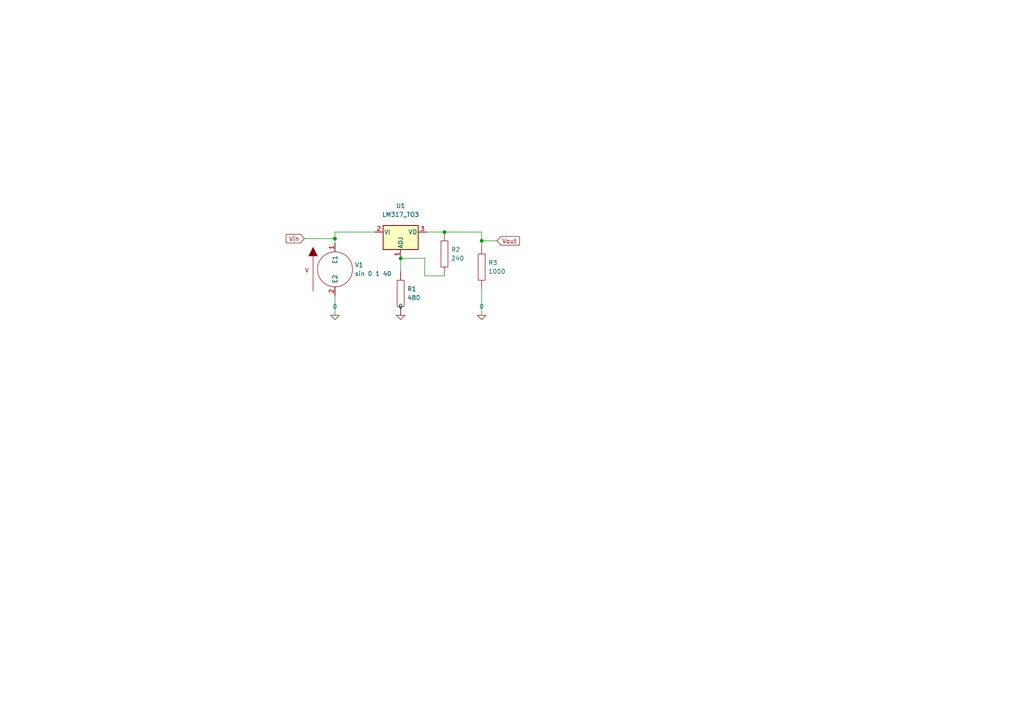
<source format=kicad_sch>
(kicad_sch (version 20211123) (generator eeschema)
  (paper "A4")
  (lib_symbols
    (symbol "Regulator_Linear:LM317_TO3" (pin_names (offset 0.254))
      (property "Reference" "U" (at -3.81 3.175 0))
      (property "Value" "LM317_TO3" (at 0 3.175 0))
      (symbol "LM317_TO3_0_1"
        (rectangle (start -5.08 1.905) (end 5.08 -5.08) (stroke (width 0.254)) (fill (type background)))
      )
      (symbol "LM317_TO3_1_1"
        (pin input line (at 0 -7.62 90) (length 2.54) (name "ADJ") (number "1"))
        (pin power_in line (at -7.62 0 0) (length 2.54) (name "VI") (number "2"))
        (pin power_out line (at 7.62 0 180) (length 2.54) (name "VO") (number "3"))
      )
    )
    (symbol "pspice:0" (power) (pin_names (offset 0))
      (property "Value" "0" (at 0 -1.778 0))
      (symbol "0_0_1"
        (polyline (pts (xy -1.27 0) (xy 0 -1.27) (xy 1.27 0) (xy -1.27 0)))
      )
      (symbol "0_1_1"
        (pin power_in line (at 0 0 0) (length 0) hide (name "0") (number "1"))
      )
    )
    (symbol "pspice:R" (pin_numbers hide) (pin_names (offset 0))
      (property "Reference" "R" (at 2.032 0 90))
      (property "Value" "R" (at 0 0 90))
      (symbol "R_0_1"
        (rectangle (start -1.016 3.81) (end 1.016 -3.81))
      )
      (symbol "R_1_1"
        (pin passive line (at 0 6.35 270) (length 2.54) (name "~") (number "1"))
        (pin passive line (at 0 -6.35 90) (length 2.54) (name "~") (number "2"))
      )
    )
    (symbol "pspice:VSOURCE" (pin_names (offset 1.016))
      (property "Reference" "V" (at -6.35 7.62 0))
      (property "Value" "VSOURCE" (at 0 0 0))
      (symbol "VSOURCE_0_1"
        (polyline (pts (xy -6.35 -6.35) (xy -6.35 3.81)) (fill (type outline)))
        (polyline (pts (xy -7.62 3.81) (xy -6.35 6.35) (xy -5.08 3.81)) (fill (type outline)))
        (circle (center 0 0) (radius 5.08))
        (text "V" (at -8.128 -0.254 0) (effects (font (size 1.27 1.27))))
      )
      (symbol "VSOURCE_1_1"
        (pin input line (at 0 7.62 270) (length 2.54) (name "E1") (number "1"))
        (pin input line (at 0 -7.62 90) (length 2.54) (name "E2") (number "2"))
      )
    )
  )
  (junction (at 97.155 69.215))
  (junction (at 128.905 67.31))
  (junction (at 116.205 74.93))
  (junction (at 139.7 69.85))
  (wire (pts (xy 88.265 69.215) (xy 97.155 69.215)))
  (wire (pts (xy 139.7 69.85) (xy 139.7 67.31)))
  (wire (pts (xy 128.905 67.31) (xy 123.825 67.31)))
  (wire (pts (xy 139.7 69.85) (xy 144.145 69.85)))
  (wire (pts (xy 123.19 74.93) (xy 116.205 74.93)))
  (wire (pts (xy 116.205 74.93) (xy 116.205 78.74)))
  (wire (pts (xy 97.155 67.31) (xy 97.155 69.215)))
  (wire (pts (xy 128.905 80.01) (xy 123.19 80.01)))
  (wire (pts (xy 123.19 80.01) (xy 123.19 74.93)))
  (wire (pts (xy 108.585 67.31) (xy 97.155 67.31)))
  (wire (pts (xy 139.7 67.31) (xy 128.905 67.31)))
  (wire (pts (xy 139.7 71.12) (xy 139.7 69.85)))
  (wire (pts (xy 139.7 83.82) (xy 139.7 91.44)))
  (wire (pts (xy 97.155 69.215) (xy 97.155 70.485)))
  (wire (pts (xy 97.155 85.725) (xy 97.155 91.44)))
  (global_label "Vin" (shape input) (at 88.265 69.215 180) (property "Intersheet References" "${INTERSHEET_REFS}" (effects hide)))
  (global_label "Vout" (shape input) (at 144.145 69.85 0) (property "Intersheet References" "${INTERSHEET_REFS}" (effects hide)))
  (symbol (lib_id "pspice:0") (at 139.7 91.44 0) (unit 1)
    (property "Reference" "#GND03" (effects hide))
    (property "Value" "0" (at 139.7 88.9 0))
  )
  (symbol (lib_id "pspice:VSOURCE") (at 97.155 78.105 0) (unit 1)
    (property "Reference" "V1" (at 102.87 76.8349 0) (effects (justify left)))
    (property "Value" "sin 0 1 40" (at 102.87 79.3749 0) (effects (justify left)))
    (property "Spice_Primitive" "V" (effects hide))
    (property "Spice_Model" "sin(0 1)" (effects hide))
    (property "Spice_Netlist_Enabled" "Y" (effects hide))
  )
  (symbol (lib_id "pspice:R") (at 139.7 77.47 0) (unit 1)
    (property "Reference" "R3" (at 141.605 76.1999 0) (effects (justify left)))
    (property "Value" "1000" (at 141.605 78.7399 0) (effects (justify left)))
  )
  (symbol (lib_id "pspice:0") (at 116.205 91.44 0) (unit 1)
    (property "Reference" "#GND02" (effects hide))
    (property "Value" "0" (at 116.205 88.9 0))
  )
  (symbol (lib_id "pspice:R") (at 116.205 85.09 180) (unit 1)
    (property "Reference" "R1" (at 118.11 83.8199 0) (effects (justify right)))
    (property "Value" "480" (at 118.11 86.3599 0) (effects (justify right)))
  )
  (symbol (lib_id "pspice:R") (at 128.905 73.66 180) (unit 1)
    (property "Reference" "R2" (at 130.81 72.3899 0) (effects (justify right)))
    (property "Value" "240" (at 130.81 74.9299 0) (effects (justify right)))
  )
  (symbol (lib_id "pspice:0") (at 97.155 91.44 0) (unit 1)
    (property "Reference" "#GND01" (effects hide))
    (property "Value" "0" (at 97.155 88.9 0))
  )
  (symbol (lib_id "Regulator_Linear:LM317_TO3") (at 116.205 67.31 0) (unit 1)
    (property "Reference" "U1" (at 116.205 59.69 0))
    (property "Value" "LM317_TO3" (at 116.205 62.23 0))
    (property "Footprint" "Package_TO_SOT_THT:TO-3" (effects hide))
    (property "Datasheet" "http://www.ti.com/lit/ds/symlink/lm317.pdf" (effects hide))
    (property "Spice_Primitive" "X" (effects hide))
    (property "Spice_Model" "LM317" (effects hide))
    (property "Spice_Netlist_Enabled" "Y" (effects hide))
    (property "Spice_Lib_File" "C:\\Users\\henkj\\Downloads\\LM317 LTspice Model\\LM317.sub" (effects hide))
    (property "Spice_Node_Sequence" "2 1 3" (effects hide))
  )
)
</source>
